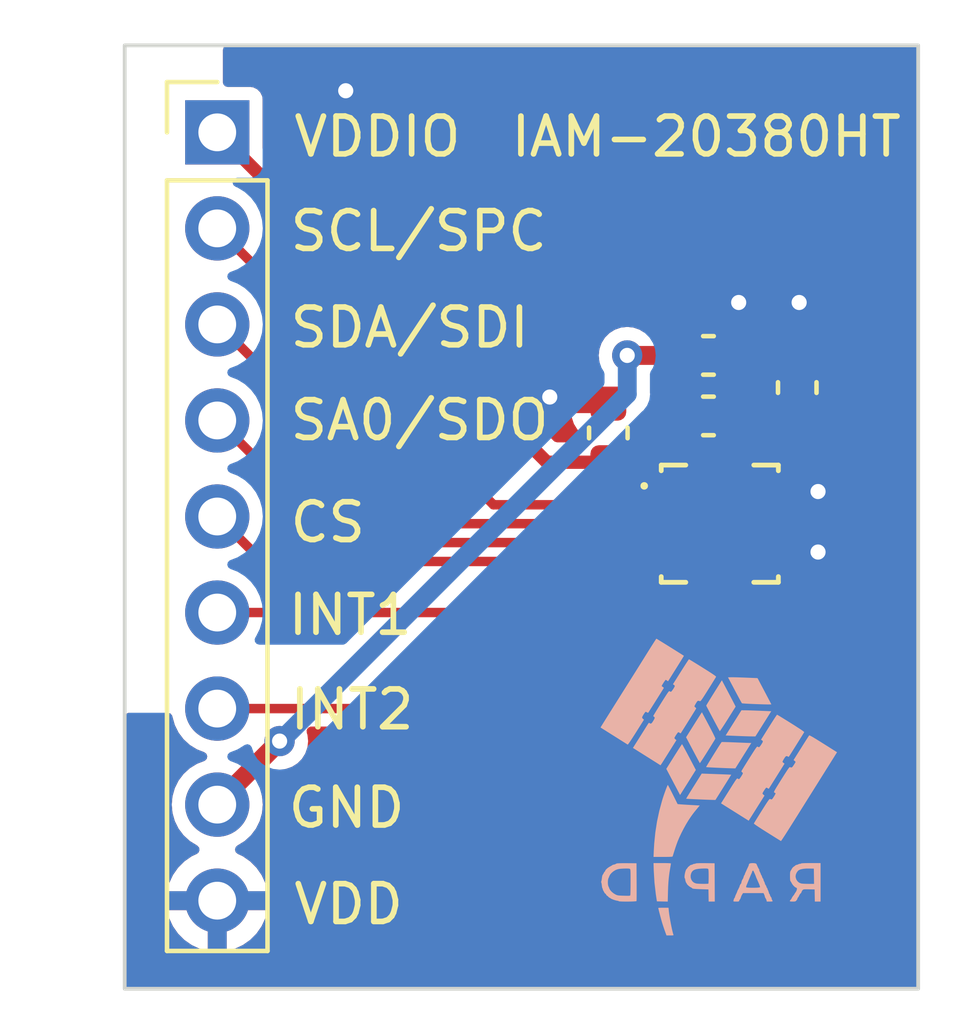
<source format=kicad_pcb>
(kicad_pcb (version 20221018) (generator pcbnew)
  (layers (0 "F.Cu" signal) (31 "B.Cu" signal) (34 "B.Paste" user) (35 "F.Paste" user) (36 "B.SilkS" user "B.Silkscreen") (37 "F.SilkS" user "F.Silkscreen") (38 "B.Mask" user) (39 "F.Mask" user) (44 "Edge.Cuts" user))
  (net 0 "")
  (net 1 "Net-(U1-REGOUT)")
  (net 2 "GNDPWR")
  (net 3 "Net-(U1-VDD)")
  (net 4 "Net-(U1-VDDIO)")
  (net 5 "Net-(U1-SCL{slash}SPC)")
  (net 6 "Net-(U1-SDA{slash}SDI)")
  (net 7 "Net-(U1-SA0{slash}SDO)")
  (net 8 "Net-(U1-CS)")
  (net 9 "Net-(U1-INT)")
  (net 10 "Net-(U1-INT2)")
  (footprint "Capacitor_SMD:C_0603_1608Metric" (layer "F.Cu") (at 148.65 97.45 90)
    (fp_text reference "C1" hide)
    (fp_text value "0.47u")
    (pad "1" smd roundrect (at -0.775 0 90) (size 0.9 0.95) (layers "F.Cu" "F.Paste" "F.Mask") (net 1 "Net-(U1-REGOUT)"))
    (pad "2" smd roundrect (at 0.775 0 90) (size 0.9 0.95) (layers "F.Cu" "F.Paste" "F.Mask") (net 2 "GNDPWR"))
  )
  (footprint "Capacitor_SMD:C_0603_1608Metric" (layer "F.Cu") (at 146.3 98.2 180)
    (fp_text reference "C4" hide)
    (fp_text value "2.2u")
    (pad "1" smd roundrect (at -0.775 0 180) (size 0.9 0.95) (layers "F.Cu" "F.Paste" "F.Mask") (net 2 "GNDPWR"))
    (pad "2" smd roundrect (at 0.775 0 180) (size 0.9 0.95) (layers "F.Cu" "F.Paste" "F.Mask") (net 3 "Net-(U1-VDD)"))
  )
  (footprint "Capacitor_SMD:C_0603_1608Metric" (layer "F.Cu") (at 143.65 98.65 90)
    (fp_text reference "C3" hide)
    (fp_text value "10n")
    (pad "1" smd roundrect (at -0.775 0 90) (size 0.9 0.95) (layers "F.Cu" "F.Paste" "F.Mask") (net 4 "Net-(U1-VDDIO)"))
    (pad "2" smd roundrect (at 0.775 0 90) (size 0.9 0.95) (layers "F.Cu" "F.Paste" "F.Mask") (net 2 "GNDPWR"))
  )
  (footprint "Connector_PinHeader_2.54mm:PinHeader_1x09_P2.54mm_Vertical" (layer "F.Cu") (at 133.3 90.7)
    (fp_text reference "U2" hide)
    (fp_text value "~")
    (pad "1" thru_hole rect (at 0 0) (size 1.7 1.7) (drill 1) (layers "*.Cu" "*.Mask") (net 4 "Net-(U1-VDDIO)"))
    (pad "2" thru_hole oval (at 0 2.54) (size 1.7 1.7) (drill 1) (layers "*.Cu" "*.Mask") (net 5 "Net-(U1-SCL{slash}SPC)"))
    (pad "3" thru_hole oval (at 0 5.08) (size 1.7 1.7) (drill 1) (layers "*.Cu" "*.Mask") (net 6 "Net-(U1-SDA{slash}SDI)"))
    (pad "4" thru_hole oval (at 0 7.62) (size 1.7 1.7) (drill 1) (layers "*.Cu" "*.Mask") (net 7 "Net-(U1-SA0{slash}SDO)"))
    (pad "5" thru_hole oval (at 0 10.16) (size 1.7 1.7) (drill 1) (layers "*.Cu" "*.Mask") (net 8 "Net-(U1-CS)"))
    (pad "6" thru_hole oval (at 0 12.7) (size 1.7 1.7) (drill 1) (layers "*.Cu" "*.Mask") (net 9 "Net-(U1-INT)"))
    (pad "7" thru_hole oval (at 0 15.24) (size 1.7 1.7) (drill 1) (layers "*.Cu" "*.Mask") (net 10 "Net-(U1-INT2)"))
    (pad "8" thru_hole oval (at 0 17.78) (size 1.7 1.7) (drill 1) (layers "*.Cu" "*.Mask") (net 3 "Net-(U1-VDD)"))
    (pad "9" thru_hole oval (at 0 20.32) (size 1.7 1.7) (drill 1) (layers "*.Cu" "*.Mask") (net 2 "GNDPWR"))
  )
  (footprint "Capacitor_SMD:C_0603_1608Metric" (layer "F.Cu") (at 146.3 96.6 180)
    (fp_text reference "C2" hide)
    (fp_text value "0.1u")
    (pad "1" smd roundrect (at -0.775 0 180) (size 0.9 0.95) (layers "F.Cu" "F.Paste" "F.Mask") (net 2 "GNDPWR"))
    (pad "2" smd roundrect (at 0.775 0 180) (size 0.9 0.95) (layers "F.Cu" "F.Paste" "F.Mask") (net 3 "Net-(U1-VDD)"))
  )
  (footprint "IAM-20380HT:PQFN50P300X300X80-16N" (layer "F.Cu") (at 146.6 101.05)
    (fp_text reference "U1" hide)
    (fp_text value "IAM-20380")
    (pad "1" smd roundrect (at -1.26 -1) (size 0.49 0.35) (layers "F.Cu" "F.Paste" "F.Mask") (roundrect_rratio 0.04) (net 4 "Net-(U1-VDDIO)"))
    (pad "2" smd roundrect (at -1.26 -0.5) (size 0.49 0.35) (layers "F.Cu" "F.Paste" "F.Mask") (roundrect_rratio 0.04) (net 5 "Net-(U1-SCL{slash}SPC)"))
    (pad "3" smd roundrect (at -1.26 0) (size 0.49 0.35) (layers "F.Cu" "F.Paste" "F.Mask") (roundrect_rratio 0.04) (net 6 "Net-(U1-SDA{slash}SDI)"))
    (pad "4" smd roundrect (at -1.26 0.5) (size 0.49 0.35) (layers "F.Cu" "F.Paste" "F.Mask") (roundrect_rratio 0.04) (net 7 "Net-(U1-SA0{slash}SDO)"))
    (pad "5" smd roundrect (at -1.26 1) (size 0.49 0.35) (layers "F.Cu" "F.Paste" "F.Mask") (roundrect_rratio 0.04) (net 8 "Net-(U1-CS)"))
    (pad "6" smd roundrect (at -0.5 1.26 90) (size 0.49 0.35) (layers "F.Cu" "F.Paste" "F.Mask") (roundrect_rratio 0.04) (net 9 "Net-(U1-INT)"))
    (pad "7" smd roundrect (at 0 1.26 90) (size 0.49 0.35) (layers "F.Cu" "F.Paste" "F.Mask") (roundrect_rratio 0.04) (net 10 "Net-(U1-INT2)"))
    (pad "8" smd roundrect (at 0.5 1.26 90) (size 0.49 0.35) (layers "F.Cu" "F.Paste" "F.Mask") (roundrect_rratio 0.04) (net 2 "GNDPWR"))
    (pad "9" smd roundrect (at 1.26 1 180) (size 0.49 0.35) (layers "F.Cu" "F.Paste" "F.Mask") (roundrect_rratio 0.04) (net 2 "GNDPWR"))
    (pad "10" smd roundrect (at 1.26 0.5 180) (size 0.49 0.35) (layers "F.Cu" "F.Paste" "F.Mask") (roundrect_rratio 0.04) (net 2 "GNDPWR"))
    (pad "11" smd roundrect (at 1.26 0 180) (size 0.49 0.35) (layers "F.Cu" "F.Paste" "F.Mask") (roundrect_rratio 0.04) (net 2 "GNDPWR"))
    (pad "12" smd roundrect (at 1.26 -0.5 180) (size 0.49 0.35) (layers "F.Cu" "F.Paste" "F.Mask") (roundrect_rratio 0.04) (net 2 "GNDPWR"))
    (pad "13" smd roundrect (at 1.26 -1 180) (size 0.49 0.35) (layers "F.Cu" "F.Paste" "F.Mask") (roundrect_rratio 0.04) (net 2 "GNDPWR"))
    (pad "14" smd roundrect (at 0.5 -1.26 270) (size 0.49 0.35) (layers "F.Cu" "F.Paste" "F.Mask") (roundrect_rratio 0.04) (net 1 "Net-(U1-REGOUT)"))
    (pad "15" smd roundrect (at 0 -1.26 270) (size 0.49 0.35) (layers "F.Cu" "F.Paste" "F.Mask") (roundrect_rratio 0.04) (net 2 "GNDPWR"))
    (pad "16" smd roundrect (at -0.5 -1.26 270) (size 0.49 0.35) (layers "F.Cu" "F.Paste" "F.Mask") (roundrect_rratio 0.04) (net 3 "Net-(U1-VDD)"))
    (zone (net 0) (net_name "") (layer "F.Cu") (connect_pads (clearance 0)) (min_thickness 0.01)
      (keepout (tracks not_allowed) (vias not_allowed) (pads not_allowed) (copperpour not_allowed) (footprints allowed))
      (fill (thermal_gap 0.508) (thermal_bridge_width 0.508))
      (polygon (pts (xy 145.8 100.25) (xy 147.4 100.25) (xy 147.4 101.85) (xy 145.8 101.85)))
    )
  )
  (footprint "LOGO" (layer "B.Cu") (at 146.6 108 180)
    (fp_text reference "G***" hide)
    (fp_text value "LOGO" hide)
  )
  (gr_rect (start 130.85 88.4) (end 151.85 113.35) (stroke (width 0.1)) (fill none) (layer "Edge.Cuts"))
  (gr_text "INT1" (at 135.1 104.05) (layer "F.SilkS") (effects (font (size 1 1)) (justify left bottom)))
  (gr_text "INT2" (at 135.15 106.55) (layer "F.SilkS") (effects (font (size 1 1)) (justify left bottom)))
  (gr_text "CS" (at 135.15 101.6) (layer "F.SilkS") (effects (font (size 1 1)) (justify left bottom)))
  (gr_text "VDDIO" (at 135.25 91.4) (layer "F.SilkS") (effects (font (size 1 1)) (justify left bottom)))
  (gr_text "SA0/SDO" (at 135.15 98.9) (layer "F.SilkS") (effects (font (size 1 1)) (justify left bottom)))
  (gr_text "IAM-20380HT" (at 141 91.4) (layer "F.SilkS") (effects (font (size 1 1)) (justify left bottom)))
  (gr_text "GND\n" (at 135.1 109.15) (layer "F.SilkS") (effects (font (size 1 1)) (justify left bottom)))
  (gr_text "VDD" (at 135.25 111.7) (layer "F.SilkS") (effects (font (size 1 1)) (justify left bottom)))
  (gr_text "SCL/SPC" (at 135.15 93.9) (layer "F.SilkS") (effects (font (size 1 1)) (justify left bottom)))
  (gr_text "SDA/SDI" (at 135.15 96.45) (layer "F.SilkS") (effects (font (size 1 1)) (justify left bottom)))
  (segment (start 147.3 99.2) (end 148.3 99.2) (width 0.25) (layer "F.Cu") (net 1))
  (segment (start 148.3 99.2) (end 148.65 98.85) (width 0.25) (layer "F.Cu") (net 1))
  (segment (start 147.1 99.4) (end 147.3 99.2) (width 0.25) (layer "F.Cu") (net 1))
  (segment (start 148.65 98.85) (end 148.65 98.225) (width 0.25) (layer "F.Cu") (net 1))
  (segment (start 147.1 99.79) (end 147.1 99.4) (width 0.25) (layer "F.Cu") (net 1))
  (segment (start 143.65 97.875) (end 142.275 97.875) (width 0.25) (layer "F.Cu") (net 2))
  (segment (start 146.6 99.79) (end 146.6 99.25) (width 0.25) (layer "F.Cu") (net 2))
  (segment (start 146.6 99.25) (end 147.075 98.775) (width 0.25) (layer "F.Cu") (net 2))
  (segment (start 142.275 97.875) (end 142.1 97.7) (width 0.25) (layer "F.Cu") (net 2))
  (segment (start 147.075 98.2) (end 147.075 96.6) (width 0.25) (layer "F.Cu") (net 2))
  (segment (start 147.075 98.775) (end 147.075 98.2) (width 0.25) (layer "F.Cu") (net 2))
  (via (at 149.2 101.8) (size 0.8) (drill 0.4) (layers "F.Cu" "B.Cu") (net 2))
  (via (at 148.7 95.2) (size 0.8) (drill 0.4) (layers "F.Cu" "B.Cu") (net 2))
  (via (at 142.1 97.7) (size 0.8) (drill 0.4) (layers "F.Cu" "B.Cu") (net 2))
  (via (at 147.1 95.2) (size 0.8) (drill 0.4) (layers "F.Cu" "B.Cu") (net 2))
  (via (at 136.7 89.6) (size 0.8) (drill 0.4) (layers "F.Cu" "B.Cu") (net 2))
  (via (at 149.2 100.2) (size 0.8) (drill 0.4) (layers "F.Cu" "B.Cu") (net 2))
  (segment (start 145.525 96.6) (end 145.525 98.2) (width 0.5) (layer "F.Cu") (net 3))
  (segment (start 146.1 99.4) (end 145.525 98.825) (width 0.25) (layer "F.Cu") (net 3))
  (segment (start 133.3 108.45) (end 133.3 108.48) (width 0.5) (layer "F.Cu") (net 3))
  (segment (start 146.1 99.79) (end 146.1 99.4) (width 0.25) (layer "F.Cu") (net 3))
  (segment (start 144.15 96.6) (end 145.525 96.6) (width 0.5) (layer "F.Cu") (net 3))
  (segment (start 134.95 106.8) (end 133.3 108.45) (width 0.5) (layer "F.Cu") (net 3))
  (segment (start 145.525 98.825) (end 145.525 98.2) (width 0.25) (layer "F.Cu") (net 3))
  (via (at 134.95 106.8) (size 0.8) (drill 0.4) (layers "F.Cu" "B.Cu") (net 3))
  (via (at 144.15 96.6) (size 0.8) (drill 0.4) (layers "F.Cu" "B.Cu") (net 3))
  (segment (start 134.975 106.8) (end 144.15 97.625) (width 0.5) (layer "B.Cu") (net 3))
  (segment (start 144.15 97.625) (end 144.15 96.6) (width 0.5) (layer "B.Cu") (net 3))
  (segment (start 134.95 106.8) (end 134.975 106.8) (width 0.5) (layer "B.Cu") (net 3))
  (segment (start 145.34 100.05) (end 145.34 99.69) (width 0.35) (layer "F.Cu") (net 4))
  (segment (start 145.34 99.69) (end 145.1 99.45) (width 0.35) (layer "F.Cu") (net 4))
  (segment (start 145.1 99.45) (end 143.675 99.45) (width 0.35) (layer "F.Cu") (net 4))
  (segment (start 142.025 99.425) (end 143.65 99.425) (width 0.35) (layer "F.Cu") (net 4))
  (segment (start 133.3 90.7) (end 142.025 99.425) (width 0.35) (layer "F.Cu") (net 4))
  (segment (start 143.675 99.45) (end 143.65 99.425) (width 0.35) (layer "F.Cu") (net 4))
  (segment (start 133.3 93.24) (end 140.61 100.55) (width 0.25) (layer "F.Cu") (net 5))
  (segment (start 140.61 100.55) (end 145.34 100.55) (width 0.25) (layer "F.Cu") (net 5))
  (segment (start 133.33 95.78) (end 138.6 101.05) (width 0.25) (layer "F.Cu") (net 6))
  (segment (start 133.3 95.78) (end 133.33 95.78) (width 0.25) (layer "F.Cu") (net 6))
  (segment (start 138.6 101.05) (end 145.34 101.05) (width 0.25) (layer "F.Cu") (net 6))
  (segment (start 133.32 98.32) (end 136.55 101.55) (width 0.25) (layer "F.Cu") (net 7))
  (segment (start 133.3 98.32) (end 133.32 98.32) (width 0.25) (layer "F.Cu") (net 7))
  (segment (start 136.55 101.55) (end 145.34 101.55) (width 0.25) (layer "F.Cu") (net 7))
  (segment (start 134.5 102.05) (end 145.34 102.05) (width 0.25) (layer "F.Cu") (net 8))
  (segment (start 133.31 100.86) (end 134.5 102.05) (width 0.25) (layer "F.Cu") (net 8))
  (segment (start 133.3 100.86) (end 133.31 100.86) (width 0.25) (layer "F.Cu") (net 8))
  (segment (start 145.45 103.4) (end 146.1 102.75) (width 0.25) (layer "F.Cu") (net 9))
  (segment (start 133.3 103.4) (end 145.45 103.4) (width 0.25) (layer "F.Cu") (net 9))
  (segment (start 146.1 102.75) (end 146.1 102.31) (width 0.25) (layer "F.Cu") (net 9))
  (segment (start 133.3 105.94) (end 143.61 105.94) (width 0.25) (layer "F.Cu") (net 10))
  (segment (start 146.6 102.95) (end 146.6 102.31) (width 0.25) (layer "F.Cu") (net 10))
  (segment (start 143.61 105.94) (end 146.6 102.95) (width 0.25) (layer "F.Cu") (net 10))
  (zone (net 0) (net_name "") (layers "F&B.Cu") (connect_pads yes (clearance 0)) (min_thickness 0.25)
    (keepout (tracks allowed) (vias allowed) (pads allowed) (copperpour not_allowed) (footprints allowed))
    (fill (thermal_gap 0.5) (thermal_bridge_width 0.5))
    (polygon (pts (xy 133.365063 87.204894) (xy 133.380902 87.204894) (xy 133.393715 87.214203) (xy 133.408779 87.219098) (xy 133.418088 87.231911) (xy 133.430902 87.241221) (xy 133.435796 87.256284) (xy 133.445106 87.269098) (xy 133.445106 87.284937) (xy 133.45 87.3) (xy 133.45 105.95) (xy 133.445106 105.965062) (xy 133.445106 105.980902) (xy 133.435796 105.993715) (xy 133.430902 106.008779) (xy 133.418088 106.018088) (xy 133.408779 106.030902) (xy 133.393715 106.035796) (xy 133.380902 106.045106) (xy 133.365063 106.045106) (xy 133.35 106.05) (xy 127.65 106.05) (xy 127.634937 106.045106) (xy 127.619098 106.045106) (xy 127.606284 106.035796) (xy 127.591221 106.030902) (xy 127.581911 106.018088) (xy 127.569098 106.008779) (xy 127.564203 105.993715) (xy 127.554894 105.980902) (xy 127.554893 105.965062) (xy 127.55 105.95) (xy 127.55 87.3) (xy 127.554893 87.284937) (xy 127.554894 87.269098) (xy 127.564203 87.256284) (xy 127.569098 87.241221) (xy 127.581911 87.231911) (xy 127.591221 87.219098) (xy 127.606284 87.214203) (xy 127.619098 87.204894) (xy 127.634937 87.204894) (xy 127.65 87.2) (xy 133.35 87.2)))
  )
  (zone (net 2) (net_name "GNDPWR") (layers "F&B.Cu") (connect_pads (clearance 0.35)) (min_thickness 0.25) (fill yes (thermal_gap 0.5) (thermal_bridge_width 0.5))
    (polygon (pts (xy 152.715063 87.804894) (xy 152.730902 87.804894) (xy 152.743715 87.814203) (xy 152.758779 87.819098) (xy 152.768088 87.831911) (xy 152.780902 87.841221) (xy 152.785796 87.856284) (xy 152.795106 87.869098) (xy 152.795106 87.884937) (xy 152.8 87.9) (xy 152.8 114.2) (xy 152.795106 114.215062) (xy 152.795106 114.230902) (xy 152.785796 114.243715) (xy 152.780902 114.258779) (xy 152.768088 114.268088) (xy 152.758779 114.280902) (xy 152.743715 114.285796) (xy 152.730902 114.295106) (xy 152.715063 114.295106) (xy 152.7 114.3) (xy 130.2 114.3) (xy 130.184937 114.295106) (xy 130.169098 114.295106) (xy 130.156284 114.285796) (xy 130.141221 114.280902) (xy 130.131911 114.268088) (xy 130.119098 114.258779) (xy 130.114203 114.243715) (xy 130.104894 114.230902) (xy 130.104893 114.215062) (xy 130.1 114.2) (xy 130.1 87.9) (xy 130.104893 87.884937) (xy 130.104894 87.869098) (xy 130.114203 87.856284) (xy 130.119098 87.841221) (xy 130.131911 87.831911) (xy 130.141221 87.819098) (xy 130.156284 87.814203) (xy 130.169098 87.804894) (xy 130.184937 87.804894) (xy 130.2 87.8) (xy 152.7 87.8)))
  )
  (zone (net 0) (net_name "") (layer "B.Cu") (connect_pads yes (clearance 0)) (min_thickness 0.25)
    (keepout (tracks allowed) (vias allowed) (pads allowed) (copperpour not_allowed) (footprints allowed))
    (fill (thermal_gap 0.5) (thermal_bridge_width 0.5))
    (polygon (pts (xy 136.75 105) (xy 137.5 104.25) (xy 133.25 104.25) (xy 133.25 105)))
  )
)
</source>
